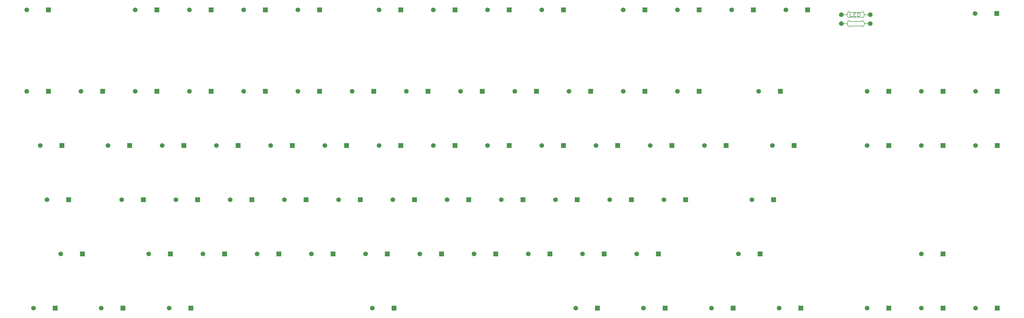
<source format=gbr>
%TF.GenerationSoftware,KiCad,Pcbnew,7.0.2-0*%
%TF.CreationDate,2024-03-15T16:03:43-04:00*%
%TF.ProjectId,75Dash_PCB,37354461-7368-45f5-9043-422e6b696361,rev?*%
%TF.SameCoordinates,Original*%
%TF.FileFunction,Legend,Bot*%
%TF.FilePolarity,Positive*%
%FSLAX46Y46*%
G04 Gerber Fmt 4.6, Leading zero omitted, Abs format (unit mm)*
G04 Created by KiCad (PCBNEW 7.0.2-0) date 2024-03-15 16:03:43*
%MOMM*%
%LPD*%
G01*
G04 APERTURE LIST*
%ADD10C,0.203200*%
%ADD11C,0.150000*%
%ADD12C,1.651000*%
%ADD13R,1.651000X1.651000*%
G04 APERTURE END LIST*
D10*
%TO.C,D85*%
X312770286Y-34543526D02*
X312044572Y-34543526D01*
X312044572Y-34543526D02*
X312044572Y-33273526D01*
X313278286Y-33878288D02*
X313786286Y-33878288D01*
X314004000Y-34543526D02*
X313278286Y-34543526D01*
X313278286Y-34543526D02*
X313278286Y-33273526D01*
X313278286Y-33273526D02*
X314004000Y-33273526D01*
X314657143Y-34543526D02*
X314657143Y-33273526D01*
X314657143Y-33273526D02*
X315020000Y-33273526D01*
X315020000Y-33273526D02*
X315237714Y-33334002D01*
X315237714Y-33334002D02*
X315382857Y-33454954D01*
X315382857Y-33454954D02*
X315455428Y-33575907D01*
X315455428Y-33575907D02*
X315528000Y-33817811D01*
X315528000Y-33817811D02*
X315528000Y-33999240D01*
X315528000Y-33999240D02*
X315455428Y-34241145D01*
X315455428Y-34241145D02*
X315382857Y-34362097D01*
X315382857Y-34362097D02*
X315237714Y-34483050D01*
X315237714Y-34483050D02*
X315020000Y-34543526D01*
X315020000Y-34543526D02*
X314657143Y-34543526D01*
D11*
%TO.C,R1*%
X309780000Y-33900000D02*
X310980000Y-33900000D01*
X310980000Y-33900000D02*
X311180000Y-33100000D01*
X311180000Y-33100000D02*
X311380000Y-32900000D01*
X311180000Y-34700000D02*
X310980000Y-33900000D01*
X311380000Y-32900000D02*
X311780000Y-32900000D01*
X311380000Y-34900000D02*
X311180000Y-34700000D01*
X311780000Y-32900000D02*
X311980000Y-33100000D01*
X311780000Y-34900000D02*
X311380000Y-34900000D01*
X311980000Y-33100000D02*
X315980000Y-33100000D01*
X311980000Y-34700000D02*
X311780000Y-34900000D01*
X315980000Y-33100000D02*
X316180000Y-32900000D01*
X315980000Y-34700000D02*
X311980000Y-34700000D01*
X316180000Y-32900000D02*
X316580000Y-32900000D01*
X316180000Y-34900000D02*
X315980000Y-34700000D01*
X316580000Y-32900000D02*
X316780000Y-33100000D01*
X316580000Y-34900000D02*
X316180000Y-34900000D01*
X316780000Y-33100000D02*
X316980000Y-33900000D01*
X316780000Y-34700000D02*
X316580000Y-34900000D01*
X316980000Y-33900000D02*
X316780000Y-34700000D01*
X316980000Y-33900000D02*
X318180000Y-33900000D01*
%TO.C,R2*%
X309800000Y-37050000D02*
X311000000Y-37050000D01*
X311000000Y-37050000D02*
X311200000Y-36250000D01*
X311200000Y-36250000D02*
X311400000Y-36050000D01*
X311200000Y-37850000D02*
X311000000Y-37050000D01*
X311400000Y-36050000D02*
X311800000Y-36050000D01*
X311400000Y-38050000D02*
X311200000Y-37850000D01*
X311800000Y-36050000D02*
X312000000Y-36250000D01*
X311800000Y-38050000D02*
X311400000Y-38050000D01*
X312000000Y-36250000D02*
X316000000Y-36250000D01*
X312000000Y-37850000D02*
X311800000Y-38050000D01*
X316000000Y-36250000D02*
X316200000Y-36050000D01*
X316000000Y-37850000D02*
X312000000Y-37850000D01*
X316200000Y-36050000D02*
X316600000Y-36050000D01*
X316200000Y-38050000D02*
X316000000Y-37850000D01*
X316600000Y-36050000D02*
X316800000Y-36250000D01*
X316600000Y-38050000D02*
X316200000Y-38050000D01*
X316800000Y-36250000D02*
X317000000Y-37050000D01*
X316800000Y-37850000D02*
X316600000Y-38050000D01*
X317000000Y-37050000D02*
X316800000Y-37850000D01*
X317000000Y-37050000D02*
X318200000Y-37050000D01*
%TD*%
D12*
%TO.C,D53*%
X132270500Y-98901250D03*
D13*
X139890500Y-98901250D03*
%TD*%
D12*
%TO.C,D15*%
X41783000Y-60801250D03*
D13*
X49403000Y-60801250D03*
%TD*%
D12*
%TO.C,D7*%
X165608000Y-32226250D03*
D13*
X173228000Y-32226250D03*
%TD*%
D12*
%TO.C,D42*%
X241808000Y-79851250D03*
D13*
X249428000Y-79851250D03*
%TD*%
D12*
%TO.C,D41*%
X222758000Y-79851250D03*
D13*
X230378000Y-79851250D03*
%TD*%
D12*
%TO.C,D83*%
X337058000Y-137001250D03*
D13*
X344678000Y-137001250D03*
%TD*%
D12*
%TO.C,D9*%
X203708000Y-32226250D03*
D13*
X211328000Y-32226250D03*
%TD*%
D12*
%TO.C,D62*%
X65595500Y-117951250D03*
D13*
X73215500Y-117951250D03*
%TD*%
D12*
%TO.C,D39*%
X184658000Y-79851250D03*
D13*
X192278000Y-79851250D03*
%TD*%
D12*
%TO.C,D54*%
X151320500Y-98901250D03*
D13*
X158940500Y-98901250D03*
%TD*%
D12*
%TO.C,D19*%
X117983000Y-60801250D03*
D13*
X125603000Y-60801250D03*
%TD*%
D12*
%TO.C,D4*%
X98933000Y-32226250D03*
D13*
X106553000Y-32226250D03*
%TD*%
D12*
%TO.C,D6*%
X146558000Y-32226250D03*
D13*
X154178000Y-32226250D03*
%TD*%
D12*
%TO.C,D75*%
X48926750Y-137001250D03*
D13*
X56546750Y-137001250D03*
%TD*%
D12*
%TO.C,R1*%
X308900000Y-33900000D03*
X319060000Y-33900000D03*
%TD*%
%TO.C,D81*%
X287051750Y-137001250D03*
D13*
X294671750Y-137001250D03*
%TD*%
D12*
%TO.C,D52*%
X113220500Y-98901250D03*
D13*
X120840500Y-98901250D03*
%TD*%
D12*
%TO.C,D30*%
X356108000Y-60801250D03*
D13*
X363728000Y-60801250D03*
%TD*%
D12*
%TO.C,D25*%
X232283000Y-60801250D03*
D13*
X239903000Y-60801250D03*
%TD*%
D12*
%TO.C,D63*%
X84645500Y-117951250D03*
D13*
X92265500Y-117951250D03*
%TD*%
D12*
%TO.C,D82*%
X318008000Y-137001250D03*
D13*
X325628000Y-137001250D03*
%TD*%
D12*
%TO.C,D66*%
X141795500Y-117951250D03*
D13*
X149415500Y-117951250D03*
%TD*%
D12*
%TO.C,D35*%
X108458000Y-79851250D03*
D13*
X116078000Y-79851250D03*
%TD*%
D12*
%TO.C,D12*%
X270383000Y-32226250D03*
D13*
X278003000Y-32226250D03*
%TD*%
D12*
%TO.C,D1*%
X22733000Y-32226250D03*
D13*
X30353000Y-32226250D03*
%TD*%
D12*
%TO.C,D50*%
X75120500Y-98901250D03*
D13*
X82740500Y-98901250D03*
%TD*%
D12*
%TO.C,D32*%
X51308000Y-79851250D03*
D13*
X58928000Y-79851250D03*
%TD*%
D12*
%TO.C,D5*%
X117983000Y-32226250D03*
D13*
X125603000Y-32226250D03*
%TD*%
D12*
%TO.C,D70*%
X217995500Y-117951250D03*
D13*
X225615500Y-117951250D03*
%TD*%
D12*
%TO.C,D76*%
X72739250Y-137001250D03*
D13*
X80359250Y-137001250D03*
%TD*%
D12*
%TO.C,D74*%
X25114250Y-137001250D03*
D13*
X32734250Y-137001250D03*
%TD*%
D12*
%TO.C,D21*%
X156083000Y-60801250D03*
D13*
X163703000Y-60801250D03*
%TD*%
D12*
%TO.C,D59*%
X246570500Y-98901250D03*
D13*
X254190500Y-98901250D03*
%TD*%
D12*
%TO.C,D2*%
X60833000Y-32226250D03*
D13*
X68453000Y-32226250D03*
%TD*%
D12*
%TO.C,D78*%
X215614250Y-137001250D03*
D13*
X223234250Y-137001250D03*
%TD*%
D12*
%TO.C,D14*%
X22733000Y-60801250D03*
D13*
X30353000Y-60801250D03*
%TD*%
D12*
%TO.C,D10*%
X232283000Y-32226250D03*
D13*
X239903000Y-32226250D03*
%TD*%
D12*
%TO.C,D46*%
X337058000Y-79851250D03*
D13*
X344678000Y-79851250D03*
%TD*%
D12*
%TO.C,D57*%
X208470500Y-98901250D03*
D13*
X216090500Y-98901250D03*
%TD*%
D12*
%TO.C,D27*%
X279908000Y-60801250D03*
D13*
X287528000Y-60801250D03*
%TD*%
D12*
%TO.C,D18*%
X98933000Y-60801250D03*
D13*
X106553000Y-60801250D03*
%TD*%
D12*
%TO.C,D16*%
X60833000Y-60801250D03*
D13*
X68453000Y-60801250D03*
%TD*%
D12*
%TO.C,D36*%
X127508000Y-79851250D03*
D13*
X135128000Y-79851250D03*
%TD*%
D12*
%TO.C,D61*%
X34639250Y-117951250D03*
D13*
X42259250Y-117951250D03*
%TD*%
D12*
%TO.C,D73*%
X337058000Y-117951250D03*
D13*
X344678000Y-117951250D03*
%TD*%
D12*
%TO.C,D23*%
X194183000Y-60801250D03*
D13*
X201803000Y-60801250D03*
%TD*%
D12*
%TO.C,D3*%
X79883000Y-32226250D03*
D13*
X87503000Y-32226250D03*
%TD*%
D12*
%TO.C,D45*%
X318008000Y-79851250D03*
D13*
X325628000Y-79851250D03*
%TD*%
D12*
%TO.C,D64*%
X103695500Y-117951250D03*
D13*
X111315500Y-117951250D03*
%TD*%
D12*
%TO.C,D26*%
X251333000Y-60801250D03*
D13*
X258953000Y-60801250D03*
%TD*%
D12*
%TO.C,D11*%
X251333000Y-32226250D03*
D13*
X258953000Y-32226250D03*
%TD*%
D12*
%TO.C,D71*%
X237045500Y-117951250D03*
D13*
X244665500Y-117951250D03*
%TD*%
D12*
%TO.C,D79*%
X239426750Y-137001250D03*
D13*
X247046750Y-137001250D03*
%TD*%
D12*
%TO.C,D56*%
X189420500Y-98901250D03*
D13*
X197040500Y-98901250D03*
%TD*%
D12*
%TO.C,R2*%
X308920000Y-37050000D03*
X319080000Y-37050000D03*
%TD*%
%TO.C,D28*%
X318008000Y-60801250D03*
D13*
X325628000Y-60801250D03*
%TD*%
D12*
%TO.C,D20*%
X137033000Y-60801250D03*
D13*
X144653000Y-60801250D03*
%TD*%
D12*
%TO.C,D60*%
X277526750Y-98901250D03*
D13*
X285146750Y-98901250D03*
%TD*%
D12*
%TO.C,D13*%
X289433000Y-32226250D03*
D13*
X297053000Y-32226250D03*
%TD*%
D12*
%TO.C,D77*%
X144176750Y-137001250D03*
D13*
X151796750Y-137001250D03*
%TD*%
D12*
%TO.C,D34*%
X89408000Y-79851250D03*
D13*
X97028000Y-79851250D03*
%TD*%
D12*
%TO.C,D47*%
X356108000Y-79851250D03*
D13*
X363728000Y-79851250D03*
%TD*%
D12*
%TO.C,D58*%
X227520500Y-98901250D03*
D13*
X235140500Y-98901250D03*
%TD*%
D12*
%TO.C,D29*%
X337058000Y-60801250D03*
D13*
X344678000Y-60801250D03*
%TD*%
D12*
%TO.C,D55*%
X170370500Y-98901250D03*
D13*
X177990500Y-98901250D03*
%TD*%
D12*
%TO.C,D22*%
X175133000Y-60801250D03*
D13*
X182753000Y-60801250D03*
%TD*%
D12*
%TO.C,D49*%
X56070500Y-98901250D03*
D13*
X63690500Y-98901250D03*
%TD*%
D12*
%TO.C,D86*%
X355890000Y-33500000D03*
D13*
X363510000Y-33500000D03*
%TD*%
D12*
%TO.C,D51*%
X94170500Y-98901250D03*
D13*
X101790500Y-98901250D03*
%TD*%
D12*
%TO.C,D43*%
X260858000Y-79851250D03*
D13*
X268478000Y-79851250D03*
%TD*%
D12*
%TO.C,D80*%
X263239250Y-137001250D03*
D13*
X270859250Y-137001250D03*
%TD*%
D12*
%TO.C,D44*%
X284670500Y-79851250D03*
D13*
X292290500Y-79851250D03*
%TD*%
D12*
%TO.C,D31*%
X27495500Y-79851250D03*
D13*
X35115500Y-79851250D03*
%TD*%
D12*
%TO.C,D48*%
X29876750Y-98901250D03*
D13*
X37496750Y-98901250D03*
%TD*%
D12*
%TO.C,D68*%
X179895500Y-117951250D03*
D13*
X187515500Y-117951250D03*
%TD*%
D12*
%TO.C,D17*%
X79883000Y-60801250D03*
D13*
X87503000Y-60801250D03*
%TD*%
D12*
%TO.C,D40*%
X203708000Y-79851250D03*
D13*
X211328000Y-79851250D03*
%TD*%
D12*
%TO.C,D84*%
X356108000Y-137001250D03*
D13*
X363728000Y-137001250D03*
%TD*%
D12*
%TO.C,D37*%
X146558000Y-79851250D03*
D13*
X154178000Y-79851250D03*
%TD*%
D12*
%TO.C,D38*%
X165608000Y-79851250D03*
D13*
X173228000Y-79851250D03*
%TD*%
D12*
%TO.C,D24*%
X213233000Y-60801250D03*
D13*
X220853000Y-60801250D03*
%TD*%
D12*
%TO.C,D8*%
X184658000Y-32226250D03*
D13*
X192278000Y-32226250D03*
%TD*%
D12*
%TO.C,D67*%
X160845500Y-117951250D03*
D13*
X168465500Y-117951250D03*
%TD*%
D12*
%TO.C,D69*%
X198945500Y-117951250D03*
D13*
X206565500Y-117951250D03*
%TD*%
D12*
%TO.C,D72*%
X272764250Y-117951250D03*
D13*
X280384250Y-117951250D03*
%TD*%
D12*
%TO.C,D33*%
X70358000Y-79851250D03*
D13*
X77978000Y-79851250D03*
%TD*%
D12*
%TO.C,D65*%
X122745500Y-117951250D03*
D13*
X130365500Y-117951250D03*
%TD*%
M02*

</source>
